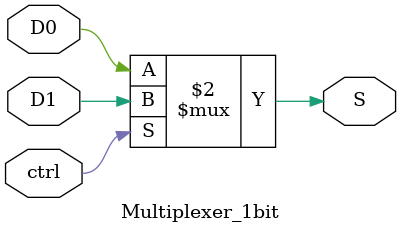
<source format=v>
module Multiplexer_1bit
    (ctrl,
     D0,
     D1,
     S);
  input ctrl;
  input [0:0]D0;
  input [0:0]D1;
  output [0:0]S;

  wire [0:0]S;

  assign S = (ctrl == 1'b0) ? D0 : D1;
endmodule
</source>
